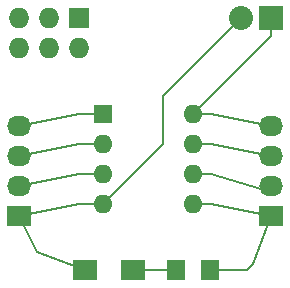
<source format=gbr>
G04 #@! TF.FileFunction,Copper,L1,Top,Signal*
%FSLAX46Y46*%
G04 Gerber Fmt 4.6, Leading zero omitted, Abs format (unit mm)*
G04 Created by KiCad (PCBNEW 4.0.7) date Sun Jun  3 02:11:31 2018*
%MOMM*%
%LPD*%
G01*
G04 APERTURE LIST*
%ADD10C,0.100000*%
%ADD11R,2.032000X2.032000*%
%ADD12O,2.032000X2.032000*%
%ADD13R,1.597660X1.800860*%
%ADD14R,1.600000X1.600000*%
%ADD15O,1.600000X1.600000*%
%ADD16R,2.032000X1.727200*%
%ADD17O,2.032000X1.727200*%
%ADD18R,1.727200X1.727200*%
%ADD19O,1.727200X1.727200*%
%ADD20R,2.000000X1.700000*%
%ADD21C,0.152400*%
%ADD22C,0.250000*%
G04 APERTURE END LIST*
D10*
D11*
X154432000Y-111760000D03*
D12*
X151892000Y-111760000D03*
D13*
X149247860Y-133096000D03*
X146408140Y-133096000D03*
D14*
X140208000Y-119888000D03*
D15*
X147828000Y-127508000D03*
X140208000Y-122428000D03*
X147828000Y-124968000D03*
X140208000Y-124968000D03*
X147828000Y-122428000D03*
X140208000Y-127508000D03*
X147828000Y-119888000D03*
D16*
X133096000Y-128524000D03*
D17*
X133096000Y-125984000D03*
X133096000Y-123444000D03*
X133096000Y-120904000D03*
D18*
X138176000Y-111760000D03*
D19*
X138176000Y-114300000D03*
X135636000Y-111760000D03*
X135636000Y-114300000D03*
X133096000Y-111760000D03*
X133096000Y-114300000D03*
D20*
X142716000Y-133096000D03*
X138716000Y-133096000D03*
D16*
X154432000Y-128524000D03*
D17*
X154432000Y-125984000D03*
X154432000Y-123444000D03*
X154432000Y-120904000D03*
D21*
X154432000Y-111760000D02*
X154432000Y-113284000D01*
X154432000Y-113284000D02*
X147828000Y-119888000D01*
X147828000Y-119888000D02*
X149352000Y-119888000D01*
X149352000Y-119888000D02*
X154432000Y-120904000D01*
X151892000Y-111760000D02*
X145288000Y-118364000D01*
X145288000Y-122428000D02*
X140208000Y-127508000D01*
X145288000Y-118364000D02*
X145288000Y-122428000D01*
X138716000Y-133096000D02*
X134620000Y-131572000D01*
X134620000Y-131572000D02*
X133096000Y-128524000D01*
X140208000Y-127508000D02*
X138176000Y-127508000D01*
X138176000Y-127508000D02*
X133096000Y-128524000D01*
X154432000Y-128524000D02*
X152908000Y-132588000D01*
X152908000Y-132588000D02*
X152400000Y-133096000D01*
X152400000Y-133096000D02*
X149247860Y-133096000D01*
D22*
X149755860Y-132588000D02*
X149247860Y-133096000D01*
D21*
X147828000Y-127508000D02*
X149352000Y-127508000D01*
X149352000Y-127508000D02*
X154432000Y-128524000D01*
X146408140Y-133096000D02*
X142716000Y-133096000D01*
X140208000Y-119888000D02*
X138176000Y-119888000D01*
X138176000Y-119888000D02*
X133096000Y-120904000D01*
X140208000Y-122428000D02*
X138176000Y-122428000D01*
X138176000Y-122428000D02*
X133096000Y-123444000D01*
X149352000Y-124968000D02*
X154432000Y-126492000D01*
X147828000Y-124968000D02*
X149352000Y-124968000D01*
X138176000Y-124968000D02*
X133096000Y-125984000D01*
X140208000Y-124968000D02*
X138176000Y-124968000D01*
X149352000Y-122428000D02*
X154432000Y-123444000D01*
X147828000Y-122428000D02*
X149352000Y-122428000D01*
M02*

</source>
